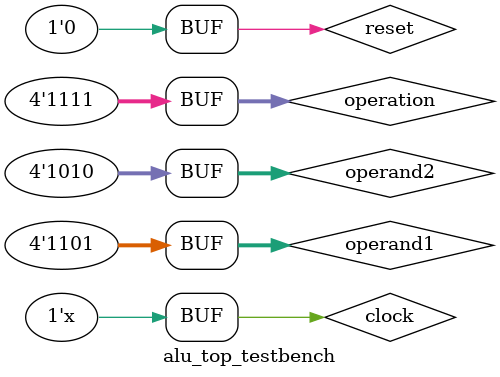
<source format=sv>
`timescale 1ns/1ps
module alu_top_testbench;
parameter N = 4;
logic clock, reset;
logic [N-1:0] operand1, operand2;
logic [(2*N)-1:0] result;
logic [N-1:0] operation;

// Instantiate design under test
alu_top #(.N(N)) design_instance(
 .clk(clock),
 .reset(reset),
 .operand1(operand1), 
 .operand2(operand2), 
 .select(operation), 
 .result(result)
);

initial begin
// Initialize Inputs
reset = 1;
clock = 1;
operand1 = 0;
operand2 = 0;
operation = 0;

// Wait 20 ns for global reset to finish and start counter
#20ns;
reset = 0;

#20ns
operand1 = 2;
operand2 = 1;
operation = 0; // Addition

#20ns;
operand1 = 9;
operand2 = 5;
operation = 1; // Subtraction

#20ns;
operand1 = 12;
operand2 = 10;
operation = 2; // Multiplication

#20ns;
operand1 = 7;
operand2 = 4;
operation = 3; // Modulo

#20ns
operand1 = 12;
operand2 = 6;
operation = 4; // Division

#20ns;
operand1 = 9;
operand2 = 8;
operation = 5; // Bitwise And

#20ns;
operand1 = 5;
operand2 = 10;
operation = 6; // Bitwise OR

#20ns;
operand1 = 1;
operand2 = 3;
operation = 7; // Bitwise XOR

#20ns;
operand1 = 9;
operand2 = 8;
operation = 8; // Logical AND

#20ns;
operand1 = 5;
operand2 = 10;
operation = 9; // Logical OR

#20ns;
operand1 = 4;
operand2 = 7;
operation = 10; // Left Shift by 1 (it is same as multiply by 2)

#20ns;
operand1 = 4;
operand2 = 7;
operation = 11; // Right Shift by 1 (it is same as divide by 2)

#20ns;
operand1 = 5;
operand2 = 5;
operation = 12; // Logical Equality

#20ns;
operand1 = 3;
operand2 = 8;
operation = 13; // Logical Inequality

#20ns;
operand1 = 9;
operand2 = 7;
operation = 14; // Less than comparison

#20ns;
operand1 = 13;
operand2 = 10;
operation = 15; // Greater than comparison

// Wait for 60ns
#60ns;

// terminate simulation
//$finish();
end

// Clock generator logic
always@(clock) begin
  #10ns clock <= !clock;
end

// Print input and output signals
initial begin
 $monitor(" time=%0t,  clk=%b  reset=%b  operation=%d, operand1=%d, operand2=%d",$time, clock, reset, operation, operand1, operand2);
end
endmodule
</source>
